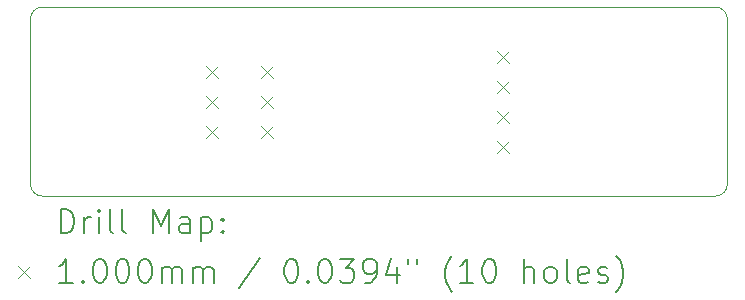
<source format=gbr>
%FSLAX45Y45*%
G04 Gerber Fmt 4.5, Leading zero omitted, Abs format (unit mm)*
G04 Created by KiCad (PCBNEW (6.0.0)) date 2022-06-26 22:52:46*
%MOMM*%
%LPD*%
G01*
G04 APERTURE LIST*
%TA.AperFunction,Profile*%
%ADD10C,0.050000*%
%TD*%
%ADD11C,0.200000*%
%ADD12C,0.100000*%
G04 APERTURE END LIST*
D10*
X18600000Y-6700000D02*
X12900000Y-6700000D01*
X18700000Y-6800000D02*
G75*
G03*
X18600000Y-6700000I-100000J0D01*
G01*
X18700000Y-8200000D02*
X18700000Y-6800000D01*
X12800000Y-6800000D02*
X12800000Y-8200000D01*
X18600000Y-8300000D02*
G75*
G03*
X18700000Y-8200000I0J100000D01*
G01*
X12900000Y-8300000D02*
X18600000Y-8300000D01*
X12800000Y-8200000D02*
G75*
G03*
X12900000Y-8300000I100000J0D01*
G01*
X12900000Y-6700000D02*
G75*
G03*
X12800000Y-6800000I0J-100000D01*
G01*
D11*
D12*
X14285000Y-7197500D02*
X14385000Y-7297500D01*
X14385000Y-7197500D02*
X14285000Y-7297500D01*
X14285000Y-7451500D02*
X14385000Y-7551500D01*
X14385000Y-7451500D02*
X14285000Y-7551500D01*
X14285000Y-7705500D02*
X14385000Y-7805500D01*
X14385000Y-7705500D02*
X14285000Y-7805500D01*
X14750000Y-7197500D02*
X14850000Y-7297500D01*
X14850000Y-7197500D02*
X14750000Y-7297500D01*
X14750000Y-7451500D02*
X14850000Y-7551500D01*
X14850000Y-7451500D02*
X14750000Y-7551500D01*
X14750000Y-7705500D02*
X14850000Y-7805500D01*
X14850000Y-7705500D02*
X14750000Y-7805500D01*
X16750000Y-7070000D02*
X16850000Y-7170000D01*
X16850000Y-7070000D02*
X16750000Y-7170000D01*
X16750000Y-7324000D02*
X16850000Y-7424000D01*
X16850000Y-7324000D02*
X16750000Y-7424000D01*
X16750000Y-7578000D02*
X16850000Y-7678000D01*
X16850000Y-7578000D02*
X16750000Y-7678000D01*
X16750000Y-7832000D02*
X16850000Y-7932000D01*
X16850000Y-7832000D02*
X16750000Y-7932000D01*
D11*
X13055119Y-8612976D02*
X13055119Y-8412976D01*
X13102738Y-8412976D01*
X13131309Y-8422500D01*
X13150357Y-8441548D01*
X13159881Y-8460595D01*
X13169405Y-8498690D01*
X13169405Y-8527262D01*
X13159881Y-8565357D01*
X13150357Y-8584405D01*
X13131309Y-8603452D01*
X13102738Y-8612976D01*
X13055119Y-8612976D01*
X13255119Y-8612976D02*
X13255119Y-8479643D01*
X13255119Y-8517738D02*
X13264643Y-8498690D01*
X13274167Y-8489167D01*
X13293214Y-8479643D01*
X13312262Y-8479643D01*
X13378928Y-8612976D02*
X13378928Y-8479643D01*
X13378928Y-8412976D02*
X13369405Y-8422500D01*
X13378928Y-8432024D01*
X13388452Y-8422500D01*
X13378928Y-8412976D01*
X13378928Y-8432024D01*
X13502738Y-8612976D02*
X13483690Y-8603452D01*
X13474167Y-8584405D01*
X13474167Y-8412976D01*
X13607500Y-8612976D02*
X13588452Y-8603452D01*
X13578928Y-8584405D01*
X13578928Y-8412976D01*
X13836071Y-8612976D02*
X13836071Y-8412976D01*
X13902738Y-8555833D01*
X13969405Y-8412976D01*
X13969405Y-8612976D01*
X14150357Y-8612976D02*
X14150357Y-8508214D01*
X14140833Y-8489167D01*
X14121786Y-8479643D01*
X14083690Y-8479643D01*
X14064643Y-8489167D01*
X14150357Y-8603452D02*
X14131309Y-8612976D01*
X14083690Y-8612976D01*
X14064643Y-8603452D01*
X14055119Y-8584405D01*
X14055119Y-8565357D01*
X14064643Y-8546309D01*
X14083690Y-8536786D01*
X14131309Y-8536786D01*
X14150357Y-8527262D01*
X14245595Y-8479643D02*
X14245595Y-8679643D01*
X14245595Y-8489167D02*
X14264643Y-8479643D01*
X14302738Y-8479643D01*
X14321786Y-8489167D01*
X14331309Y-8498690D01*
X14340833Y-8517738D01*
X14340833Y-8574881D01*
X14331309Y-8593928D01*
X14321786Y-8603452D01*
X14302738Y-8612976D01*
X14264643Y-8612976D01*
X14245595Y-8603452D01*
X14426548Y-8593928D02*
X14436071Y-8603452D01*
X14426548Y-8612976D01*
X14417024Y-8603452D01*
X14426548Y-8593928D01*
X14426548Y-8612976D01*
X14426548Y-8489167D02*
X14436071Y-8498690D01*
X14426548Y-8508214D01*
X14417024Y-8498690D01*
X14426548Y-8489167D01*
X14426548Y-8508214D01*
D12*
X12697500Y-8892500D02*
X12797500Y-8992500D01*
X12797500Y-8892500D02*
X12697500Y-8992500D01*
D11*
X13159881Y-9032976D02*
X13045595Y-9032976D01*
X13102738Y-9032976D02*
X13102738Y-8832976D01*
X13083690Y-8861548D01*
X13064643Y-8880595D01*
X13045595Y-8890119D01*
X13245595Y-9013928D02*
X13255119Y-9023452D01*
X13245595Y-9032976D01*
X13236071Y-9023452D01*
X13245595Y-9013928D01*
X13245595Y-9032976D01*
X13378928Y-8832976D02*
X13397976Y-8832976D01*
X13417024Y-8842500D01*
X13426548Y-8852024D01*
X13436071Y-8871071D01*
X13445595Y-8909167D01*
X13445595Y-8956786D01*
X13436071Y-8994881D01*
X13426548Y-9013928D01*
X13417024Y-9023452D01*
X13397976Y-9032976D01*
X13378928Y-9032976D01*
X13359881Y-9023452D01*
X13350357Y-9013928D01*
X13340833Y-8994881D01*
X13331309Y-8956786D01*
X13331309Y-8909167D01*
X13340833Y-8871071D01*
X13350357Y-8852024D01*
X13359881Y-8842500D01*
X13378928Y-8832976D01*
X13569405Y-8832976D02*
X13588452Y-8832976D01*
X13607500Y-8842500D01*
X13617024Y-8852024D01*
X13626548Y-8871071D01*
X13636071Y-8909167D01*
X13636071Y-8956786D01*
X13626548Y-8994881D01*
X13617024Y-9013928D01*
X13607500Y-9023452D01*
X13588452Y-9032976D01*
X13569405Y-9032976D01*
X13550357Y-9023452D01*
X13540833Y-9013928D01*
X13531309Y-8994881D01*
X13521786Y-8956786D01*
X13521786Y-8909167D01*
X13531309Y-8871071D01*
X13540833Y-8852024D01*
X13550357Y-8842500D01*
X13569405Y-8832976D01*
X13759881Y-8832976D02*
X13778928Y-8832976D01*
X13797976Y-8842500D01*
X13807500Y-8852024D01*
X13817024Y-8871071D01*
X13826548Y-8909167D01*
X13826548Y-8956786D01*
X13817024Y-8994881D01*
X13807500Y-9013928D01*
X13797976Y-9023452D01*
X13778928Y-9032976D01*
X13759881Y-9032976D01*
X13740833Y-9023452D01*
X13731309Y-9013928D01*
X13721786Y-8994881D01*
X13712262Y-8956786D01*
X13712262Y-8909167D01*
X13721786Y-8871071D01*
X13731309Y-8852024D01*
X13740833Y-8842500D01*
X13759881Y-8832976D01*
X13912262Y-9032976D02*
X13912262Y-8899643D01*
X13912262Y-8918690D02*
X13921786Y-8909167D01*
X13940833Y-8899643D01*
X13969405Y-8899643D01*
X13988452Y-8909167D01*
X13997976Y-8928214D01*
X13997976Y-9032976D01*
X13997976Y-8928214D02*
X14007500Y-8909167D01*
X14026548Y-8899643D01*
X14055119Y-8899643D01*
X14074167Y-8909167D01*
X14083690Y-8928214D01*
X14083690Y-9032976D01*
X14178928Y-9032976D02*
X14178928Y-8899643D01*
X14178928Y-8918690D02*
X14188452Y-8909167D01*
X14207500Y-8899643D01*
X14236071Y-8899643D01*
X14255119Y-8909167D01*
X14264643Y-8928214D01*
X14264643Y-9032976D01*
X14264643Y-8928214D02*
X14274167Y-8909167D01*
X14293214Y-8899643D01*
X14321786Y-8899643D01*
X14340833Y-8909167D01*
X14350357Y-8928214D01*
X14350357Y-9032976D01*
X14740833Y-8823452D02*
X14569405Y-9080595D01*
X14997976Y-8832976D02*
X15017024Y-8832976D01*
X15036071Y-8842500D01*
X15045595Y-8852024D01*
X15055119Y-8871071D01*
X15064643Y-8909167D01*
X15064643Y-8956786D01*
X15055119Y-8994881D01*
X15045595Y-9013928D01*
X15036071Y-9023452D01*
X15017024Y-9032976D01*
X14997976Y-9032976D01*
X14978928Y-9023452D01*
X14969405Y-9013928D01*
X14959881Y-8994881D01*
X14950357Y-8956786D01*
X14950357Y-8909167D01*
X14959881Y-8871071D01*
X14969405Y-8852024D01*
X14978928Y-8842500D01*
X14997976Y-8832976D01*
X15150357Y-9013928D02*
X15159881Y-9023452D01*
X15150357Y-9032976D01*
X15140833Y-9023452D01*
X15150357Y-9013928D01*
X15150357Y-9032976D01*
X15283690Y-8832976D02*
X15302738Y-8832976D01*
X15321786Y-8842500D01*
X15331309Y-8852024D01*
X15340833Y-8871071D01*
X15350357Y-8909167D01*
X15350357Y-8956786D01*
X15340833Y-8994881D01*
X15331309Y-9013928D01*
X15321786Y-9023452D01*
X15302738Y-9032976D01*
X15283690Y-9032976D01*
X15264643Y-9023452D01*
X15255119Y-9013928D01*
X15245595Y-8994881D01*
X15236071Y-8956786D01*
X15236071Y-8909167D01*
X15245595Y-8871071D01*
X15255119Y-8852024D01*
X15264643Y-8842500D01*
X15283690Y-8832976D01*
X15417024Y-8832976D02*
X15540833Y-8832976D01*
X15474167Y-8909167D01*
X15502738Y-8909167D01*
X15521786Y-8918690D01*
X15531309Y-8928214D01*
X15540833Y-8947262D01*
X15540833Y-8994881D01*
X15531309Y-9013928D01*
X15521786Y-9023452D01*
X15502738Y-9032976D01*
X15445595Y-9032976D01*
X15426548Y-9023452D01*
X15417024Y-9013928D01*
X15636071Y-9032976D02*
X15674167Y-9032976D01*
X15693214Y-9023452D01*
X15702738Y-9013928D01*
X15721786Y-8985357D01*
X15731309Y-8947262D01*
X15731309Y-8871071D01*
X15721786Y-8852024D01*
X15712262Y-8842500D01*
X15693214Y-8832976D01*
X15655119Y-8832976D01*
X15636071Y-8842500D01*
X15626548Y-8852024D01*
X15617024Y-8871071D01*
X15617024Y-8918690D01*
X15626548Y-8937738D01*
X15636071Y-8947262D01*
X15655119Y-8956786D01*
X15693214Y-8956786D01*
X15712262Y-8947262D01*
X15721786Y-8937738D01*
X15731309Y-8918690D01*
X15902738Y-8899643D02*
X15902738Y-9032976D01*
X15855119Y-8823452D02*
X15807500Y-8966309D01*
X15931309Y-8966309D01*
X15997976Y-8832976D02*
X15997976Y-8871071D01*
X16074167Y-8832976D02*
X16074167Y-8871071D01*
X16369405Y-9109167D02*
X16359881Y-9099643D01*
X16340833Y-9071071D01*
X16331309Y-9052024D01*
X16321786Y-9023452D01*
X16312262Y-8975833D01*
X16312262Y-8937738D01*
X16321786Y-8890119D01*
X16331309Y-8861548D01*
X16340833Y-8842500D01*
X16359881Y-8813928D01*
X16369405Y-8804405D01*
X16550357Y-9032976D02*
X16436071Y-9032976D01*
X16493214Y-9032976D02*
X16493214Y-8832976D01*
X16474167Y-8861548D01*
X16455119Y-8880595D01*
X16436071Y-8890119D01*
X16674167Y-8832976D02*
X16693214Y-8832976D01*
X16712262Y-8842500D01*
X16721786Y-8852024D01*
X16731309Y-8871071D01*
X16740833Y-8909167D01*
X16740833Y-8956786D01*
X16731309Y-8994881D01*
X16721786Y-9013928D01*
X16712262Y-9023452D01*
X16693214Y-9032976D01*
X16674167Y-9032976D01*
X16655119Y-9023452D01*
X16645595Y-9013928D01*
X16636071Y-8994881D01*
X16626548Y-8956786D01*
X16626548Y-8909167D01*
X16636071Y-8871071D01*
X16645595Y-8852024D01*
X16655119Y-8842500D01*
X16674167Y-8832976D01*
X16978929Y-9032976D02*
X16978929Y-8832976D01*
X17064643Y-9032976D02*
X17064643Y-8928214D01*
X17055119Y-8909167D01*
X17036071Y-8899643D01*
X17007500Y-8899643D01*
X16988452Y-8909167D01*
X16978929Y-8918690D01*
X17188452Y-9032976D02*
X17169405Y-9023452D01*
X17159881Y-9013928D01*
X17150357Y-8994881D01*
X17150357Y-8937738D01*
X17159881Y-8918690D01*
X17169405Y-8909167D01*
X17188452Y-8899643D01*
X17217024Y-8899643D01*
X17236071Y-8909167D01*
X17245595Y-8918690D01*
X17255119Y-8937738D01*
X17255119Y-8994881D01*
X17245595Y-9013928D01*
X17236071Y-9023452D01*
X17217024Y-9032976D01*
X17188452Y-9032976D01*
X17369405Y-9032976D02*
X17350357Y-9023452D01*
X17340833Y-9004405D01*
X17340833Y-8832976D01*
X17521786Y-9023452D02*
X17502738Y-9032976D01*
X17464643Y-9032976D01*
X17445595Y-9023452D01*
X17436071Y-9004405D01*
X17436071Y-8928214D01*
X17445595Y-8909167D01*
X17464643Y-8899643D01*
X17502738Y-8899643D01*
X17521786Y-8909167D01*
X17531310Y-8928214D01*
X17531310Y-8947262D01*
X17436071Y-8966309D01*
X17607500Y-9023452D02*
X17626548Y-9032976D01*
X17664643Y-9032976D01*
X17683690Y-9023452D01*
X17693214Y-9004405D01*
X17693214Y-8994881D01*
X17683690Y-8975833D01*
X17664643Y-8966309D01*
X17636071Y-8966309D01*
X17617024Y-8956786D01*
X17607500Y-8937738D01*
X17607500Y-8928214D01*
X17617024Y-8909167D01*
X17636071Y-8899643D01*
X17664643Y-8899643D01*
X17683690Y-8909167D01*
X17759881Y-9109167D02*
X17769405Y-9099643D01*
X17788452Y-9071071D01*
X17797976Y-9052024D01*
X17807500Y-9023452D01*
X17817024Y-8975833D01*
X17817024Y-8937738D01*
X17807500Y-8890119D01*
X17797976Y-8861548D01*
X17788452Y-8842500D01*
X17769405Y-8813928D01*
X17759881Y-8804405D01*
M02*

</source>
